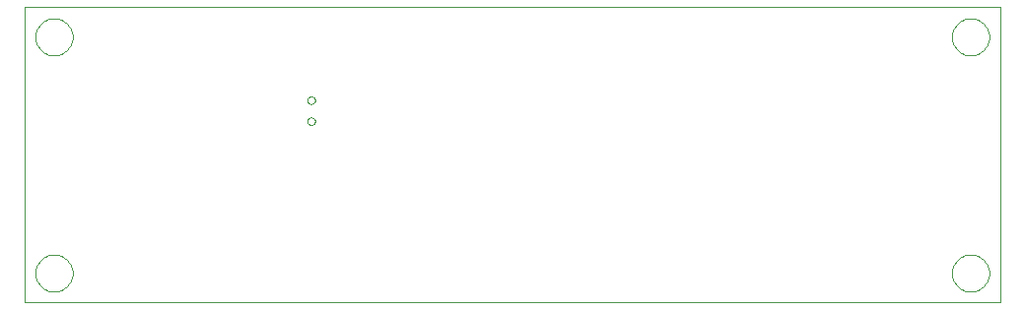
<source format=gm1>
G75*
%MOIN*%
%OFA0B0*%
%FSLAX24Y24*%
%IPPOS*%
%LPD*%
%AMOC8*
5,1,8,0,0,1.08239X$1,22.5*
%
%ADD10C,0.0000*%
D10*
X000150Y004396D02*
X000150Y014396D01*
X033150Y014396D01*
X033150Y004396D01*
X000150Y004396D01*
X000520Y005396D02*
X000522Y005446D01*
X000528Y005496D01*
X000538Y005545D01*
X000552Y005593D01*
X000569Y005640D01*
X000590Y005685D01*
X000615Y005729D01*
X000643Y005770D01*
X000675Y005809D01*
X000709Y005846D01*
X000746Y005880D01*
X000786Y005910D01*
X000828Y005937D01*
X000872Y005961D01*
X000918Y005982D01*
X000965Y005998D01*
X001013Y006011D01*
X001063Y006020D01*
X001112Y006025D01*
X001163Y006026D01*
X001213Y006023D01*
X001262Y006016D01*
X001311Y006005D01*
X001359Y005990D01*
X001405Y005972D01*
X001450Y005950D01*
X001493Y005924D01*
X001534Y005895D01*
X001573Y005863D01*
X001609Y005828D01*
X001641Y005790D01*
X001671Y005750D01*
X001698Y005707D01*
X001721Y005663D01*
X001740Y005617D01*
X001756Y005569D01*
X001768Y005520D01*
X001776Y005471D01*
X001780Y005421D01*
X001780Y005371D01*
X001776Y005321D01*
X001768Y005272D01*
X001756Y005223D01*
X001740Y005175D01*
X001721Y005129D01*
X001698Y005085D01*
X001671Y005042D01*
X001641Y005002D01*
X001609Y004964D01*
X001573Y004929D01*
X001534Y004897D01*
X001493Y004868D01*
X001450Y004842D01*
X001405Y004820D01*
X001359Y004802D01*
X001311Y004787D01*
X001262Y004776D01*
X001213Y004769D01*
X001163Y004766D01*
X001112Y004767D01*
X001063Y004772D01*
X001013Y004781D01*
X000965Y004794D01*
X000918Y004810D01*
X000872Y004831D01*
X000828Y004855D01*
X000786Y004882D01*
X000746Y004912D01*
X000709Y004946D01*
X000675Y004983D01*
X000643Y005022D01*
X000615Y005063D01*
X000590Y005107D01*
X000569Y005152D01*
X000552Y005199D01*
X000538Y005247D01*
X000528Y005296D01*
X000522Y005346D01*
X000520Y005396D01*
X009722Y010542D02*
X009724Y010564D01*
X009730Y010586D01*
X009739Y010606D01*
X009752Y010624D01*
X009768Y010640D01*
X009786Y010653D01*
X009806Y010662D01*
X009828Y010668D01*
X009850Y010670D01*
X009872Y010668D01*
X009894Y010662D01*
X009914Y010653D01*
X009932Y010640D01*
X009948Y010624D01*
X009961Y010606D01*
X009970Y010586D01*
X009976Y010564D01*
X009978Y010542D01*
X009976Y010520D01*
X009970Y010498D01*
X009961Y010478D01*
X009948Y010460D01*
X009932Y010444D01*
X009914Y010431D01*
X009894Y010422D01*
X009872Y010416D01*
X009850Y010414D01*
X009828Y010416D01*
X009806Y010422D01*
X009786Y010431D01*
X009768Y010444D01*
X009752Y010460D01*
X009739Y010478D01*
X009730Y010498D01*
X009724Y010520D01*
X009722Y010542D01*
X009722Y011250D02*
X009724Y011272D01*
X009730Y011294D01*
X009739Y011314D01*
X009752Y011332D01*
X009768Y011348D01*
X009786Y011361D01*
X009806Y011370D01*
X009828Y011376D01*
X009850Y011378D01*
X009872Y011376D01*
X009894Y011370D01*
X009914Y011361D01*
X009932Y011348D01*
X009948Y011332D01*
X009961Y011314D01*
X009970Y011294D01*
X009976Y011272D01*
X009978Y011250D01*
X009976Y011228D01*
X009970Y011206D01*
X009961Y011186D01*
X009948Y011168D01*
X009932Y011152D01*
X009914Y011139D01*
X009894Y011130D01*
X009872Y011124D01*
X009850Y011122D01*
X009828Y011124D01*
X009806Y011130D01*
X009786Y011139D01*
X009768Y011152D01*
X009752Y011168D01*
X009739Y011186D01*
X009730Y011206D01*
X009724Y011228D01*
X009722Y011250D01*
X000520Y013396D02*
X000522Y013446D01*
X000528Y013496D01*
X000538Y013545D01*
X000552Y013593D01*
X000569Y013640D01*
X000590Y013685D01*
X000615Y013729D01*
X000643Y013770D01*
X000675Y013809D01*
X000709Y013846D01*
X000746Y013880D01*
X000786Y013910D01*
X000828Y013937D01*
X000872Y013961D01*
X000918Y013982D01*
X000965Y013998D01*
X001013Y014011D01*
X001063Y014020D01*
X001112Y014025D01*
X001163Y014026D01*
X001213Y014023D01*
X001262Y014016D01*
X001311Y014005D01*
X001359Y013990D01*
X001405Y013972D01*
X001450Y013950D01*
X001493Y013924D01*
X001534Y013895D01*
X001573Y013863D01*
X001609Y013828D01*
X001641Y013790D01*
X001671Y013750D01*
X001698Y013707D01*
X001721Y013663D01*
X001740Y013617D01*
X001756Y013569D01*
X001768Y013520D01*
X001776Y013471D01*
X001780Y013421D01*
X001780Y013371D01*
X001776Y013321D01*
X001768Y013272D01*
X001756Y013223D01*
X001740Y013175D01*
X001721Y013129D01*
X001698Y013085D01*
X001671Y013042D01*
X001641Y013002D01*
X001609Y012964D01*
X001573Y012929D01*
X001534Y012897D01*
X001493Y012868D01*
X001450Y012842D01*
X001405Y012820D01*
X001359Y012802D01*
X001311Y012787D01*
X001262Y012776D01*
X001213Y012769D01*
X001163Y012766D01*
X001112Y012767D01*
X001063Y012772D01*
X001013Y012781D01*
X000965Y012794D01*
X000918Y012810D01*
X000872Y012831D01*
X000828Y012855D01*
X000786Y012882D01*
X000746Y012912D01*
X000709Y012946D01*
X000675Y012983D01*
X000643Y013022D01*
X000615Y013063D01*
X000590Y013107D01*
X000569Y013152D01*
X000552Y013199D01*
X000538Y013247D01*
X000528Y013296D01*
X000522Y013346D01*
X000520Y013396D01*
X031520Y013396D02*
X031522Y013446D01*
X031528Y013496D01*
X031538Y013545D01*
X031552Y013593D01*
X031569Y013640D01*
X031590Y013685D01*
X031615Y013729D01*
X031643Y013770D01*
X031675Y013809D01*
X031709Y013846D01*
X031746Y013880D01*
X031786Y013910D01*
X031828Y013937D01*
X031872Y013961D01*
X031918Y013982D01*
X031965Y013998D01*
X032013Y014011D01*
X032063Y014020D01*
X032112Y014025D01*
X032163Y014026D01*
X032213Y014023D01*
X032262Y014016D01*
X032311Y014005D01*
X032359Y013990D01*
X032405Y013972D01*
X032450Y013950D01*
X032493Y013924D01*
X032534Y013895D01*
X032573Y013863D01*
X032609Y013828D01*
X032641Y013790D01*
X032671Y013750D01*
X032698Y013707D01*
X032721Y013663D01*
X032740Y013617D01*
X032756Y013569D01*
X032768Y013520D01*
X032776Y013471D01*
X032780Y013421D01*
X032780Y013371D01*
X032776Y013321D01*
X032768Y013272D01*
X032756Y013223D01*
X032740Y013175D01*
X032721Y013129D01*
X032698Y013085D01*
X032671Y013042D01*
X032641Y013002D01*
X032609Y012964D01*
X032573Y012929D01*
X032534Y012897D01*
X032493Y012868D01*
X032450Y012842D01*
X032405Y012820D01*
X032359Y012802D01*
X032311Y012787D01*
X032262Y012776D01*
X032213Y012769D01*
X032163Y012766D01*
X032112Y012767D01*
X032063Y012772D01*
X032013Y012781D01*
X031965Y012794D01*
X031918Y012810D01*
X031872Y012831D01*
X031828Y012855D01*
X031786Y012882D01*
X031746Y012912D01*
X031709Y012946D01*
X031675Y012983D01*
X031643Y013022D01*
X031615Y013063D01*
X031590Y013107D01*
X031569Y013152D01*
X031552Y013199D01*
X031538Y013247D01*
X031528Y013296D01*
X031522Y013346D01*
X031520Y013396D01*
X031520Y005396D02*
X031522Y005446D01*
X031528Y005496D01*
X031538Y005545D01*
X031552Y005593D01*
X031569Y005640D01*
X031590Y005685D01*
X031615Y005729D01*
X031643Y005770D01*
X031675Y005809D01*
X031709Y005846D01*
X031746Y005880D01*
X031786Y005910D01*
X031828Y005937D01*
X031872Y005961D01*
X031918Y005982D01*
X031965Y005998D01*
X032013Y006011D01*
X032063Y006020D01*
X032112Y006025D01*
X032163Y006026D01*
X032213Y006023D01*
X032262Y006016D01*
X032311Y006005D01*
X032359Y005990D01*
X032405Y005972D01*
X032450Y005950D01*
X032493Y005924D01*
X032534Y005895D01*
X032573Y005863D01*
X032609Y005828D01*
X032641Y005790D01*
X032671Y005750D01*
X032698Y005707D01*
X032721Y005663D01*
X032740Y005617D01*
X032756Y005569D01*
X032768Y005520D01*
X032776Y005471D01*
X032780Y005421D01*
X032780Y005371D01*
X032776Y005321D01*
X032768Y005272D01*
X032756Y005223D01*
X032740Y005175D01*
X032721Y005129D01*
X032698Y005085D01*
X032671Y005042D01*
X032641Y005002D01*
X032609Y004964D01*
X032573Y004929D01*
X032534Y004897D01*
X032493Y004868D01*
X032450Y004842D01*
X032405Y004820D01*
X032359Y004802D01*
X032311Y004787D01*
X032262Y004776D01*
X032213Y004769D01*
X032163Y004766D01*
X032112Y004767D01*
X032063Y004772D01*
X032013Y004781D01*
X031965Y004794D01*
X031918Y004810D01*
X031872Y004831D01*
X031828Y004855D01*
X031786Y004882D01*
X031746Y004912D01*
X031709Y004946D01*
X031675Y004983D01*
X031643Y005022D01*
X031615Y005063D01*
X031590Y005107D01*
X031569Y005152D01*
X031552Y005199D01*
X031538Y005247D01*
X031528Y005296D01*
X031522Y005346D01*
X031520Y005396D01*
M02*

</source>
